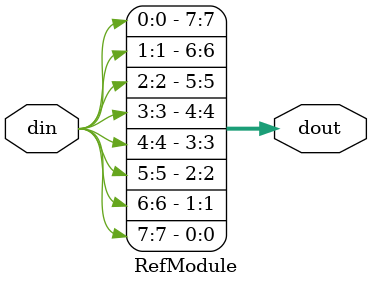
<source format=sv>

module RefModule (
  input [7:0] din,
  output [7:0] dout
);

  assign {dout[0],dout[1],dout[2],dout[3],dout[4],dout[5],dout[6],dout[7]} = din;

endmodule


</source>
